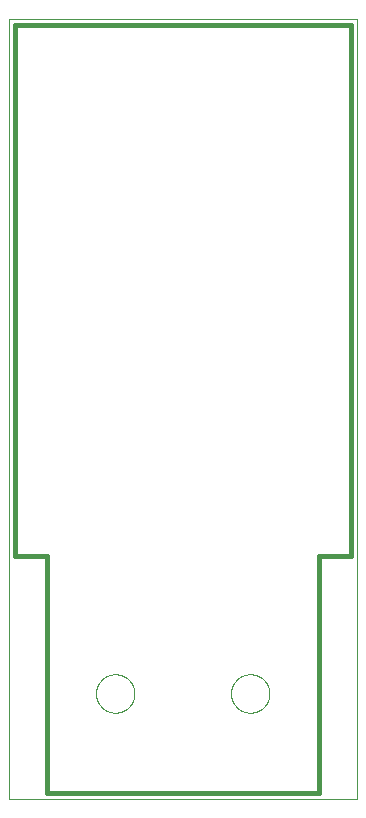
<source format=gbp>
G75*
%MOIN*%
%OFA0B0*%
%FSLAX25Y25*%
%IPPOS*%
%LPD*%
%AMOC8*
5,1,8,0,0,1.08239X$1,22.5*
%
%ADD10C,0.00000*%
%ADD11C,0.01600*%
D10*
X0001000Y0001000D02*
X0117142Y0001000D01*
X0117142Y0260843D01*
X0001000Y0260843D01*
X0001000Y0001000D01*
X0030100Y0036000D02*
X0030102Y0036160D01*
X0030108Y0036319D01*
X0030118Y0036478D01*
X0030132Y0036637D01*
X0030150Y0036796D01*
X0030171Y0036954D01*
X0030197Y0037111D01*
X0030227Y0037268D01*
X0030260Y0037424D01*
X0030298Y0037579D01*
X0030339Y0037733D01*
X0030384Y0037886D01*
X0030433Y0038038D01*
X0030486Y0038189D01*
X0030542Y0038338D01*
X0030603Y0038486D01*
X0030666Y0038632D01*
X0030734Y0038777D01*
X0030805Y0038920D01*
X0030879Y0039061D01*
X0030957Y0039200D01*
X0031039Y0039337D01*
X0031124Y0039472D01*
X0031212Y0039605D01*
X0031304Y0039736D01*
X0031398Y0039864D01*
X0031496Y0039990D01*
X0031597Y0040114D01*
X0031701Y0040235D01*
X0031808Y0040353D01*
X0031918Y0040469D01*
X0032031Y0040582D01*
X0032147Y0040692D01*
X0032265Y0040799D01*
X0032386Y0040903D01*
X0032510Y0041004D01*
X0032636Y0041102D01*
X0032764Y0041196D01*
X0032895Y0041288D01*
X0033028Y0041376D01*
X0033163Y0041461D01*
X0033300Y0041543D01*
X0033439Y0041621D01*
X0033580Y0041695D01*
X0033723Y0041766D01*
X0033868Y0041834D01*
X0034014Y0041897D01*
X0034162Y0041958D01*
X0034311Y0042014D01*
X0034462Y0042067D01*
X0034614Y0042116D01*
X0034767Y0042161D01*
X0034921Y0042202D01*
X0035076Y0042240D01*
X0035232Y0042273D01*
X0035389Y0042303D01*
X0035546Y0042329D01*
X0035704Y0042350D01*
X0035863Y0042368D01*
X0036022Y0042382D01*
X0036181Y0042392D01*
X0036340Y0042398D01*
X0036500Y0042400D01*
X0036660Y0042398D01*
X0036819Y0042392D01*
X0036978Y0042382D01*
X0037137Y0042368D01*
X0037296Y0042350D01*
X0037454Y0042329D01*
X0037611Y0042303D01*
X0037768Y0042273D01*
X0037924Y0042240D01*
X0038079Y0042202D01*
X0038233Y0042161D01*
X0038386Y0042116D01*
X0038538Y0042067D01*
X0038689Y0042014D01*
X0038838Y0041958D01*
X0038986Y0041897D01*
X0039132Y0041834D01*
X0039277Y0041766D01*
X0039420Y0041695D01*
X0039561Y0041621D01*
X0039700Y0041543D01*
X0039837Y0041461D01*
X0039972Y0041376D01*
X0040105Y0041288D01*
X0040236Y0041196D01*
X0040364Y0041102D01*
X0040490Y0041004D01*
X0040614Y0040903D01*
X0040735Y0040799D01*
X0040853Y0040692D01*
X0040969Y0040582D01*
X0041082Y0040469D01*
X0041192Y0040353D01*
X0041299Y0040235D01*
X0041403Y0040114D01*
X0041504Y0039990D01*
X0041602Y0039864D01*
X0041696Y0039736D01*
X0041788Y0039605D01*
X0041876Y0039472D01*
X0041961Y0039337D01*
X0042043Y0039200D01*
X0042121Y0039061D01*
X0042195Y0038920D01*
X0042266Y0038777D01*
X0042334Y0038632D01*
X0042397Y0038486D01*
X0042458Y0038338D01*
X0042514Y0038189D01*
X0042567Y0038038D01*
X0042616Y0037886D01*
X0042661Y0037733D01*
X0042702Y0037579D01*
X0042740Y0037424D01*
X0042773Y0037268D01*
X0042803Y0037111D01*
X0042829Y0036954D01*
X0042850Y0036796D01*
X0042868Y0036637D01*
X0042882Y0036478D01*
X0042892Y0036319D01*
X0042898Y0036160D01*
X0042900Y0036000D01*
X0042898Y0035840D01*
X0042892Y0035681D01*
X0042882Y0035522D01*
X0042868Y0035363D01*
X0042850Y0035204D01*
X0042829Y0035046D01*
X0042803Y0034889D01*
X0042773Y0034732D01*
X0042740Y0034576D01*
X0042702Y0034421D01*
X0042661Y0034267D01*
X0042616Y0034114D01*
X0042567Y0033962D01*
X0042514Y0033811D01*
X0042458Y0033662D01*
X0042397Y0033514D01*
X0042334Y0033368D01*
X0042266Y0033223D01*
X0042195Y0033080D01*
X0042121Y0032939D01*
X0042043Y0032800D01*
X0041961Y0032663D01*
X0041876Y0032528D01*
X0041788Y0032395D01*
X0041696Y0032264D01*
X0041602Y0032136D01*
X0041504Y0032010D01*
X0041403Y0031886D01*
X0041299Y0031765D01*
X0041192Y0031647D01*
X0041082Y0031531D01*
X0040969Y0031418D01*
X0040853Y0031308D01*
X0040735Y0031201D01*
X0040614Y0031097D01*
X0040490Y0030996D01*
X0040364Y0030898D01*
X0040236Y0030804D01*
X0040105Y0030712D01*
X0039972Y0030624D01*
X0039837Y0030539D01*
X0039700Y0030457D01*
X0039561Y0030379D01*
X0039420Y0030305D01*
X0039277Y0030234D01*
X0039132Y0030166D01*
X0038986Y0030103D01*
X0038838Y0030042D01*
X0038689Y0029986D01*
X0038538Y0029933D01*
X0038386Y0029884D01*
X0038233Y0029839D01*
X0038079Y0029798D01*
X0037924Y0029760D01*
X0037768Y0029727D01*
X0037611Y0029697D01*
X0037454Y0029671D01*
X0037296Y0029650D01*
X0037137Y0029632D01*
X0036978Y0029618D01*
X0036819Y0029608D01*
X0036660Y0029602D01*
X0036500Y0029600D01*
X0036340Y0029602D01*
X0036181Y0029608D01*
X0036022Y0029618D01*
X0035863Y0029632D01*
X0035704Y0029650D01*
X0035546Y0029671D01*
X0035389Y0029697D01*
X0035232Y0029727D01*
X0035076Y0029760D01*
X0034921Y0029798D01*
X0034767Y0029839D01*
X0034614Y0029884D01*
X0034462Y0029933D01*
X0034311Y0029986D01*
X0034162Y0030042D01*
X0034014Y0030103D01*
X0033868Y0030166D01*
X0033723Y0030234D01*
X0033580Y0030305D01*
X0033439Y0030379D01*
X0033300Y0030457D01*
X0033163Y0030539D01*
X0033028Y0030624D01*
X0032895Y0030712D01*
X0032764Y0030804D01*
X0032636Y0030898D01*
X0032510Y0030996D01*
X0032386Y0031097D01*
X0032265Y0031201D01*
X0032147Y0031308D01*
X0032031Y0031418D01*
X0031918Y0031531D01*
X0031808Y0031647D01*
X0031701Y0031765D01*
X0031597Y0031886D01*
X0031496Y0032010D01*
X0031398Y0032136D01*
X0031304Y0032264D01*
X0031212Y0032395D01*
X0031124Y0032528D01*
X0031039Y0032663D01*
X0030957Y0032800D01*
X0030879Y0032939D01*
X0030805Y0033080D01*
X0030734Y0033223D01*
X0030666Y0033368D01*
X0030603Y0033514D01*
X0030542Y0033662D01*
X0030486Y0033811D01*
X0030433Y0033962D01*
X0030384Y0034114D01*
X0030339Y0034267D01*
X0030298Y0034421D01*
X0030260Y0034576D01*
X0030227Y0034732D01*
X0030197Y0034889D01*
X0030171Y0035046D01*
X0030150Y0035204D01*
X0030132Y0035363D01*
X0030118Y0035522D01*
X0030108Y0035681D01*
X0030102Y0035840D01*
X0030100Y0036000D01*
X0075100Y0036000D02*
X0075102Y0036160D01*
X0075108Y0036319D01*
X0075118Y0036478D01*
X0075132Y0036637D01*
X0075150Y0036796D01*
X0075171Y0036954D01*
X0075197Y0037111D01*
X0075227Y0037268D01*
X0075260Y0037424D01*
X0075298Y0037579D01*
X0075339Y0037733D01*
X0075384Y0037886D01*
X0075433Y0038038D01*
X0075486Y0038189D01*
X0075542Y0038338D01*
X0075603Y0038486D01*
X0075666Y0038632D01*
X0075734Y0038777D01*
X0075805Y0038920D01*
X0075879Y0039061D01*
X0075957Y0039200D01*
X0076039Y0039337D01*
X0076124Y0039472D01*
X0076212Y0039605D01*
X0076304Y0039736D01*
X0076398Y0039864D01*
X0076496Y0039990D01*
X0076597Y0040114D01*
X0076701Y0040235D01*
X0076808Y0040353D01*
X0076918Y0040469D01*
X0077031Y0040582D01*
X0077147Y0040692D01*
X0077265Y0040799D01*
X0077386Y0040903D01*
X0077510Y0041004D01*
X0077636Y0041102D01*
X0077764Y0041196D01*
X0077895Y0041288D01*
X0078028Y0041376D01*
X0078163Y0041461D01*
X0078300Y0041543D01*
X0078439Y0041621D01*
X0078580Y0041695D01*
X0078723Y0041766D01*
X0078868Y0041834D01*
X0079014Y0041897D01*
X0079162Y0041958D01*
X0079311Y0042014D01*
X0079462Y0042067D01*
X0079614Y0042116D01*
X0079767Y0042161D01*
X0079921Y0042202D01*
X0080076Y0042240D01*
X0080232Y0042273D01*
X0080389Y0042303D01*
X0080546Y0042329D01*
X0080704Y0042350D01*
X0080863Y0042368D01*
X0081022Y0042382D01*
X0081181Y0042392D01*
X0081340Y0042398D01*
X0081500Y0042400D01*
X0081660Y0042398D01*
X0081819Y0042392D01*
X0081978Y0042382D01*
X0082137Y0042368D01*
X0082296Y0042350D01*
X0082454Y0042329D01*
X0082611Y0042303D01*
X0082768Y0042273D01*
X0082924Y0042240D01*
X0083079Y0042202D01*
X0083233Y0042161D01*
X0083386Y0042116D01*
X0083538Y0042067D01*
X0083689Y0042014D01*
X0083838Y0041958D01*
X0083986Y0041897D01*
X0084132Y0041834D01*
X0084277Y0041766D01*
X0084420Y0041695D01*
X0084561Y0041621D01*
X0084700Y0041543D01*
X0084837Y0041461D01*
X0084972Y0041376D01*
X0085105Y0041288D01*
X0085236Y0041196D01*
X0085364Y0041102D01*
X0085490Y0041004D01*
X0085614Y0040903D01*
X0085735Y0040799D01*
X0085853Y0040692D01*
X0085969Y0040582D01*
X0086082Y0040469D01*
X0086192Y0040353D01*
X0086299Y0040235D01*
X0086403Y0040114D01*
X0086504Y0039990D01*
X0086602Y0039864D01*
X0086696Y0039736D01*
X0086788Y0039605D01*
X0086876Y0039472D01*
X0086961Y0039337D01*
X0087043Y0039200D01*
X0087121Y0039061D01*
X0087195Y0038920D01*
X0087266Y0038777D01*
X0087334Y0038632D01*
X0087397Y0038486D01*
X0087458Y0038338D01*
X0087514Y0038189D01*
X0087567Y0038038D01*
X0087616Y0037886D01*
X0087661Y0037733D01*
X0087702Y0037579D01*
X0087740Y0037424D01*
X0087773Y0037268D01*
X0087803Y0037111D01*
X0087829Y0036954D01*
X0087850Y0036796D01*
X0087868Y0036637D01*
X0087882Y0036478D01*
X0087892Y0036319D01*
X0087898Y0036160D01*
X0087900Y0036000D01*
X0087898Y0035840D01*
X0087892Y0035681D01*
X0087882Y0035522D01*
X0087868Y0035363D01*
X0087850Y0035204D01*
X0087829Y0035046D01*
X0087803Y0034889D01*
X0087773Y0034732D01*
X0087740Y0034576D01*
X0087702Y0034421D01*
X0087661Y0034267D01*
X0087616Y0034114D01*
X0087567Y0033962D01*
X0087514Y0033811D01*
X0087458Y0033662D01*
X0087397Y0033514D01*
X0087334Y0033368D01*
X0087266Y0033223D01*
X0087195Y0033080D01*
X0087121Y0032939D01*
X0087043Y0032800D01*
X0086961Y0032663D01*
X0086876Y0032528D01*
X0086788Y0032395D01*
X0086696Y0032264D01*
X0086602Y0032136D01*
X0086504Y0032010D01*
X0086403Y0031886D01*
X0086299Y0031765D01*
X0086192Y0031647D01*
X0086082Y0031531D01*
X0085969Y0031418D01*
X0085853Y0031308D01*
X0085735Y0031201D01*
X0085614Y0031097D01*
X0085490Y0030996D01*
X0085364Y0030898D01*
X0085236Y0030804D01*
X0085105Y0030712D01*
X0084972Y0030624D01*
X0084837Y0030539D01*
X0084700Y0030457D01*
X0084561Y0030379D01*
X0084420Y0030305D01*
X0084277Y0030234D01*
X0084132Y0030166D01*
X0083986Y0030103D01*
X0083838Y0030042D01*
X0083689Y0029986D01*
X0083538Y0029933D01*
X0083386Y0029884D01*
X0083233Y0029839D01*
X0083079Y0029798D01*
X0082924Y0029760D01*
X0082768Y0029727D01*
X0082611Y0029697D01*
X0082454Y0029671D01*
X0082296Y0029650D01*
X0082137Y0029632D01*
X0081978Y0029618D01*
X0081819Y0029608D01*
X0081660Y0029602D01*
X0081500Y0029600D01*
X0081340Y0029602D01*
X0081181Y0029608D01*
X0081022Y0029618D01*
X0080863Y0029632D01*
X0080704Y0029650D01*
X0080546Y0029671D01*
X0080389Y0029697D01*
X0080232Y0029727D01*
X0080076Y0029760D01*
X0079921Y0029798D01*
X0079767Y0029839D01*
X0079614Y0029884D01*
X0079462Y0029933D01*
X0079311Y0029986D01*
X0079162Y0030042D01*
X0079014Y0030103D01*
X0078868Y0030166D01*
X0078723Y0030234D01*
X0078580Y0030305D01*
X0078439Y0030379D01*
X0078300Y0030457D01*
X0078163Y0030539D01*
X0078028Y0030624D01*
X0077895Y0030712D01*
X0077764Y0030804D01*
X0077636Y0030898D01*
X0077510Y0030996D01*
X0077386Y0031097D01*
X0077265Y0031201D01*
X0077147Y0031308D01*
X0077031Y0031418D01*
X0076918Y0031531D01*
X0076808Y0031647D01*
X0076701Y0031765D01*
X0076597Y0031886D01*
X0076496Y0032010D01*
X0076398Y0032136D01*
X0076304Y0032264D01*
X0076212Y0032395D01*
X0076124Y0032528D01*
X0076039Y0032663D01*
X0075957Y0032800D01*
X0075879Y0032939D01*
X0075805Y0033080D01*
X0075734Y0033223D01*
X0075666Y0033368D01*
X0075603Y0033514D01*
X0075542Y0033662D01*
X0075486Y0033811D01*
X0075433Y0033962D01*
X0075384Y0034114D01*
X0075339Y0034267D01*
X0075298Y0034421D01*
X0075260Y0034576D01*
X0075227Y0034732D01*
X0075197Y0034889D01*
X0075171Y0035046D01*
X0075150Y0035204D01*
X0075132Y0035363D01*
X0075118Y0035522D01*
X0075108Y0035681D01*
X0075102Y0035840D01*
X0075100Y0036000D01*
D11*
X0104362Y0002969D02*
X0104362Y0081709D01*
X0115173Y0081709D01*
X0115173Y0258874D01*
X0002969Y0258874D01*
X0002969Y0081709D01*
X0013780Y0081709D01*
X0013780Y0002969D01*
X0104362Y0002969D01*
M02*

</source>
